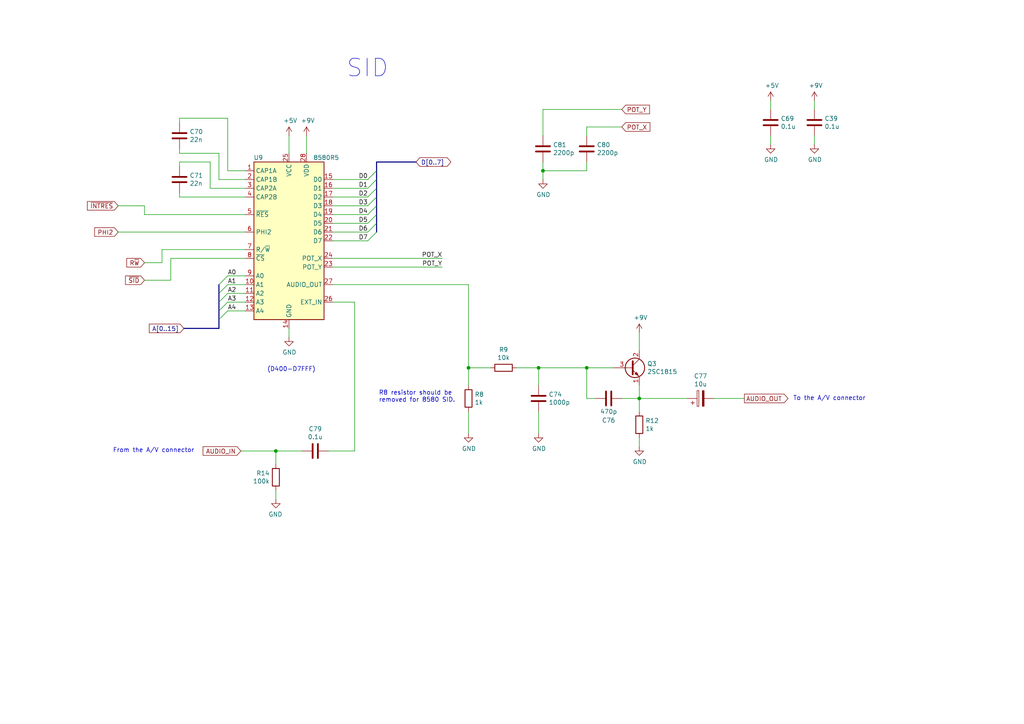
<source format=kicad_sch>
(kicad_sch (version 20230121) (generator eeschema)
  (paper "A4")
  (title_block (title "Commodore C64C - Assy 250469-01 Rev. A") (date "2023-04-02") (rev "2") (company "https://github.com/KicadRetroArchive") (comment 1 "KiCad schematic licensed under CERN-OHL-S") (comment 2 "WARNING: These schematics might contain errors!") (comment 3 "Author: Andrea Cisternino <andrea.cisternino@posteo.net>"))
  (lib_symbols
    (symbol "Device:C" (pin_numbers hide) (pin_names (offset 0.254))
      (property "Reference" "C" (at 0.635 2.54 0))
      (property "Value" "C" (at 0.635 -2.54 0))
      (symbol "C_0_1"
        (polyline (pts (xy -2.032 -0.762) (xy 2.032 -0.762)) (stroke (width 0.508)))
        (polyline (pts (xy -2.032 0.762) (xy 2.032 0.762)) (stroke (width 0.508)))
      )
      (symbol "C_1_1"
        (pin passive line (at 0 3.81 270) (length 2.794) (name "~") (number "1"))
        (pin passive line (at 0 -3.81 90) (length 2.794) (name "~") (number "2"))
      )
    )
    (symbol "Device:C_Polarized" (pin_numbers hide) (pin_names (offset 0.254))
      (property "Reference" "C" (at 0.635 2.54 0))
      (property "Value" "C_Polarized" (at 0.635 -2.54 0))
      (symbol "C_Polarized_0_1"
        (rectangle (start -2.286 0.508) (end 2.286 1.016))
        (polyline (pts (xy -1.778 2.286) (xy -0.762 2.286)))
        (polyline (pts (xy -1.27 2.794) (xy -1.27 1.778)))
        (rectangle (start 2.286 -0.508) (end -2.286 -1.016) (fill (type outline)))
      )
      (symbol "C_Polarized_1_1"
        (pin passive line (at 0 3.81 270) (length 2.794) (name "~") (number "1"))
        (pin passive line (at 0 -3.81 90) (length 2.794) (name "~") (number "2"))
      )
    )
    (symbol "Device:R" (pin_numbers hide) (pin_names (offset 0))
      (property "Reference" "R" (at 2.032 0 90))
      (property "Value" "R" (at 0 0 90))
      (symbol "R_0_1"
        (rectangle (start -1.016 -2.54) (end 1.016 2.54) (stroke (width 0.254)))
      )
      (symbol "R_1_1"
        (pin passive line (at 0 3.81 270) (length 1.27) (name "~") (number "1"))
        (pin passive line (at 0 -3.81 90) (length 1.27) (name "~") (number "2"))
      )
    )
    (symbol "Transistor_BJT:2SC1815" (pin_names (offset 0) hide)
      (property "Reference" "Q" (at 5.08 1.905 0))
      (property "Value" "2SC1815" (at 5.08 0 0))
      (symbol "2SC1815_0_1"
        (polyline (pts (xy 0 0) (xy 0.508 0)))
        (polyline (pts (xy 0.635 0.635) (xy 2.54 2.54)))
        (polyline (pts (xy 0.635 -0.635) (xy 2.54 -2.54) (xy 2.54 -2.54)))
        (polyline (pts (xy 0.635 1.905) (xy 0.635 -1.905) (xy 0.635 -1.905)) (stroke (width 0.508)))
        (polyline (pts (xy 1.27 -1.778) (xy 1.778 -1.27) (xy 2.286 -2.286) (xy 1.27 -1.778) (xy 1.27 -1.778)) (fill (type outline)))
        (circle (center 1.27 0) (radius 2.8194) (stroke (width 0.254)))
      )
      (symbol "2SC1815_1_1"
        (pin passive line (at 2.54 -5.08 90) (length 2.54) (name "E") (number "1"))
        (pin passive line (at 2.54 5.08 270) (length 2.54) (name "C") (number "2"))
        (pin input line (at -5.08 0 0) (length 5.08) (name "B") (number "3"))
      )
    )
    (symbol "krl_MOS-Technology:8580R5"
      (property "Reference" "U" (at -9.525 24.13 0))
      (property "Value" "8580R5" (at 9.525 24.13 0))
      (symbol "8580R5_0_1"
        (rectangle (start -10.16 22.86) (end 10.16 -22.86) (stroke (width 0.254)) (fill (type background)))
      )
      (symbol "8580R5_1_1"
        (pin passive line (at -12.7 20.32 0) (length 2.54) (name "CAP1A") (number "1"))
        (pin input line (at -12.7 -12.7 0) (length 2.54) (name "A1") (number "10"))
        (pin input line (at -12.7 -15.24 0) (length 2.54) (name "A2") (number "11"))
        (pin input line (at -12.7 -17.78 0) (length 2.54) (name "A3") (number "12"))
        (pin input line (at -12.7 -20.32 0) (length 2.54) (name "A4") (number "13"))
        (pin power_in line (at 0 -25.4 90) (length 2.54) (name "GND") (number "14"))
        (pin input line (at 12.7 17.78 180) (length 2.54) (name "D0") (number "15"))
        (pin input line (at 12.7 15.24 180) (length 2.54) (name "D1") (number "16"))
        (pin input line (at 12.7 12.7 180) (length 2.54) (name "D2") (number "17"))
        (pin input line (at 12.7 10.16 180) (length 2.54) (name "D3") (number "18"))
        (pin input line (at 12.7 7.62 180) (length 2.54) (name "D4") (number "19"))
        (pin passive line (at -12.7 17.78 0) (length 2.54) (name "CAP1B") (number "2"))
        (pin input line (at 12.7 5.08 180) (length 2.54) (name "D5") (number "20"))
        (pin input line (at 12.7 2.54 180) (length 2.54) (name "D6") (number "21"))
        (pin input line (at 12.7 0 180) (length 2.54) (name "D7") (number "22"))
        (pin input line (at 12.7 -7.62 180) (length 2.54) (name "POT_Y") (number "23"))
        (pin input line (at 12.7 -5.08 180) (length 2.54) (name "POT_X") (number "24"))
        (pin power_in line (at 0 25.4 270) (length 2.54) (name "VCC") (number "25"))
        (pin input line (at 12.7 -17.78 180) (length 2.54) (name "EXT_IN") (number "26"))
        (pin output line (at 12.7 -12.7 180) (length 2.54) (name "AUDIO_OUT") (number "27"))
        (pin power_in line (at 5.08 25.4 270) (length 2.54) (name "VDD") (number "28"))
        (pin passive line (at -12.7 15.24 0) (length 2.54) (name "CAP2A") (number "3"))
        (pin passive line (at -12.7 12.7 0) (length 2.54) (name "CAP2B") (number "4"))
        (pin input line (at -12.7 7.62 0) (length 2.54) (name "~{RES}") (number "5"))
        (pin input line (at -12.7 2.54 0) (length 2.54) (name "PHI2") (number "6"))
        (pin input line (at -12.7 -2.54 0) (length 2.54) (name "R/~{W}") (number "7"))
        (pin input line (at -12.7 -5.08 0) (length 2.54) (name "~{CS}") (number "8"))
        (pin input line (at -12.7 -10.16 0) (length 2.54) (name "A0") (number "9"))
      )
    )
    (symbol "power:+5V" (power) (pin_names (offset 0))
      (property "Value" "+5V" (at 0 3.556 0))
      (symbol "+5V_0_1"
        (polyline (pts (xy -0.762 1.27) (xy 0 2.54)))
        (polyline (pts (xy 0 0) (xy 0 2.54)))
        (polyline (pts (xy 0 2.54) (xy 0.762 1.27)))
      )
      (symbol "+5V_1_1"
        (pin power_in line (at 0 0 90) (length 0) hide (name "+5V") (number "1"))
      )
    )
    (symbol "power:+9V" (power) (pin_names (offset 0))
      (property "Value" "+9V" (at 0 3.556 0))
      (symbol "+9V_0_1"
        (polyline (pts (xy -0.762 1.27) (xy 0 2.54)))
        (polyline (pts (xy 0 0) (xy 0 2.54)))
        (polyline (pts (xy 0 2.54) (xy 0.762 1.27)))
      )
      (symbol "+9V_1_1"
        (pin power_in line (at 0 0 90) (length 0) hide (name "+9V") (number "1"))
      )
    )
    (symbol "power:GND" (power) (pin_names (offset 0))
      (property "Value" "GND" (at 0 -3.81 0))
      (symbol "GND_0_1"
        (polyline (pts (xy 0 0) (xy 0 -1.27) (xy 1.27 -1.27) (xy 0 -2.54) (xy -1.27 -1.27) (xy 0 -1.27)))
      )
      (symbol "GND_1_1"
        (pin power_in line (at 0 0 270) (length 0) hide (name "GND") (number "1"))
      )
    )
  )
  (junction (at 80.01 130.81))
  (junction (at 157.48 49.53))
  (junction (at 156.21 106.68))
  (junction (at 135.89 106.68))
  (junction (at 170.18 106.68))
  (junction (at 185.42 115.57))
  (bus_entry (at 66.04 82.55) (size -2.54 2.54))
  (bus_entry (at 66.04 90.17) (size -2.54 2.54))
  (bus_entry (at 66.04 80.01) (size -2.54 2.54))
  (bus_entry (at 106.68 64.77) (size 2.54 -2.54))
  (bus_entry (at 106.68 69.85) (size 2.54 -2.54))
  (bus_entry (at 66.04 87.63) (size -2.54 2.54))
  (bus_entry (at 106.68 62.23) (size 2.54 -2.54))
  (bus_entry (at 106.68 67.31) (size 2.54 -2.54))
  (bus_entry (at 106.68 54.61) (size 2.54 -2.54))
  (bus_entry (at 66.04 85.09) (size -2.54 2.54))
  (bus_entry (at 106.68 57.15) (size 2.54 -2.54))
  (bus_entry (at 106.68 52.07) (size 2.54 -2.54))
  (bus_entry (at 106.68 59.69) (size 2.54 -2.54))
  (wire (pts (xy 199.39 115.57) (xy 185.42 115.57)))
  (wire (pts (xy 185.42 129.54) (xy 185.42 127)))
  (wire (pts (xy 52.07 34.29) (xy 66.04 34.29)))
  (wire (pts (xy 102.87 130.81) (xy 102.87 87.63)))
  (wire (pts (xy 236.22 29.21) (xy 236.22 31.75)))
  (wire (pts (xy 96.52 69.85) (xy 106.68 69.85)))
  (wire (pts (xy 135.89 82.55) (xy 135.89 106.68)))
  (wire (pts (xy 60.96 54.61) (xy 71.12 54.61)))
  (bus (pts (xy 63.5 92.71) (xy 63.5 95.25)))
  (bus (pts (xy 109.22 49.53) (xy 109.22 52.07)))
  (wire (pts (xy 157.48 46.99) (xy 157.48 49.53)))
  (wire (pts (xy 96.52 67.31) (xy 106.68 67.31)))
  (wire (pts (xy 135.89 119.38) (xy 135.89 125.73)))
  (bus (pts (xy 63.5 85.09) (xy 63.5 87.63)))
  (wire (pts (xy 41.91 81.28) (xy 49.53 81.28)))
  (wire (pts (xy 66.04 90.17) (xy 71.12 90.17)))
  (wire (pts (xy 96.52 52.07) (xy 106.68 52.07)))
  (wire (pts (xy 96.52 57.15) (xy 106.68 57.15)))
  (wire (pts (xy 185.42 115.57) (xy 185.42 119.38)))
  (wire (pts (xy 96.52 62.23) (xy 106.68 62.23)))
  (wire (pts (xy 52.07 43.18) (xy 52.07 44.45)))
  (wire (pts (xy 69.85 130.81) (xy 80.01 130.81)))
  (wire (pts (xy 157.48 31.75) (xy 157.48 39.37)))
  (wire (pts (xy 170.18 36.83) (xy 180.34 36.83)))
  (wire (pts (xy 170.18 49.53) (xy 157.48 49.53)))
  (wire (pts (xy 170.18 36.83) (xy 170.18 39.37)))
  (wire (pts (xy 170.18 115.57) (xy 170.18 106.68)))
  (bus (pts (xy 109.22 52.07) (xy 109.22 54.61)))
  (wire (pts (xy 52.07 35.56) (xy 52.07 34.29)))
  (wire (pts (xy 52.07 57.15) (xy 52.07 55.88)))
  (wire (pts (xy 52.07 48.26) (xy 52.07 46.99)))
  (wire (pts (xy 34.29 59.69) (xy 41.91 59.69)))
  (wire (pts (xy 180.34 115.57) (xy 185.42 115.57)))
  (wire (pts (xy 66.04 85.09) (xy 71.12 85.09)))
  (wire (pts (xy 41.91 59.69) (xy 41.91 62.23)))
  (wire (pts (xy 135.89 106.68) (xy 142.24 106.68)))
  (wire (pts (xy 63.5 44.45) (xy 63.5 52.07)))
  (wire (pts (xy 71.12 80.01) (xy 66.04 80.01)))
  (wire (pts (xy 96.52 59.69) (xy 106.68 59.69)))
  (wire (pts (xy 83.82 95.25) (xy 83.82 97.79)))
  (wire (pts (xy 95.25 130.81) (xy 102.87 130.81)))
  (bus (pts (xy 63.5 87.63) (xy 63.5 90.17)))
  (wire (pts (xy 80.01 142.24) (xy 80.01 144.78)))
  (wire (pts (xy 170.18 106.68) (xy 177.8 106.68)))
  (wire (pts (xy 170.18 46.99) (xy 170.18 49.53)))
  (wire (pts (xy 96.52 54.61) (xy 106.68 54.61)))
  (wire (pts (xy 156.21 106.68) (xy 170.18 106.68)))
  (wire (pts (xy 52.07 46.99) (xy 60.96 46.99)))
  (wire (pts (xy 66.04 87.63) (xy 71.12 87.63)))
  (wire (pts (xy 96.52 77.47) (xy 128.27 77.47)))
  (wire (pts (xy 223.52 39.37) (xy 223.52 41.91)))
  (bus (pts (xy 63.5 90.17) (xy 63.5 92.71)))
  (wire (pts (xy 41.91 62.23) (xy 71.12 62.23)))
  (wire (pts (xy 46.99 76.2) (xy 41.91 76.2)))
  (bus (pts (xy 109.22 59.69) (xy 109.22 62.23)))
  (bus (pts (xy 63.5 95.25) (xy 53.34 95.25)))
  (bus (pts (xy 109.22 54.61) (xy 109.22 57.15)))
  (wire (pts (xy 46.99 72.39) (xy 46.99 76.2)))
  (wire (pts (xy 156.21 119.38) (xy 156.21 125.73)))
  (wire (pts (xy 96.52 64.77) (xy 106.68 64.77)))
  (wire (pts (xy 49.53 74.93) (xy 71.12 74.93)))
  (wire (pts (xy 149.86 106.68) (xy 156.21 106.68)))
  (wire (pts (xy 172.72 115.57) (xy 170.18 115.57)))
  (wire (pts (xy 80.01 130.81) (xy 87.63 130.81)))
  (wire (pts (xy 185.42 111.76) (xy 185.42 115.57)))
  (wire (pts (xy 83.82 39.37) (xy 83.82 44.45)))
  (wire (pts (xy 71.12 57.15) (xy 52.07 57.15)))
  (wire (pts (xy 34.29 67.31) (xy 71.12 67.31)))
  (wire (pts (xy 60.96 46.99) (xy 60.96 54.61)))
  (wire (pts (xy 185.42 96.52) (xy 185.42 101.6)))
  (wire (pts (xy 96.52 74.93) (xy 128.27 74.93)))
  (bus (pts (xy 63.5 82.55) (xy 63.5 85.09)))
  (wire (pts (xy 156.21 106.68) (xy 156.21 111.76)))
  (bus (pts (xy 109.22 46.99) (xy 120.65 46.99)))
  (wire (pts (xy 71.12 72.39) (xy 46.99 72.39)))
  (wire (pts (xy 80.01 130.81) (xy 80.01 134.62)))
  (wire (pts (xy 102.87 87.63) (xy 96.52 87.63)))
  (wire (pts (xy 223.52 29.21) (xy 223.52 31.75)))
  (wire (pts (xy 88.9 39.37) (xy 88.9 44.45)))
  (wire (pts (xy 63.5 52.07) (xy 71.12 52.07)))
  (wire (pts (xy 66.04 34.29) (xy 66.04 49.53)))
  (wire (pts (xy 157.48 31.75) (xy 180.34 31.75)))
  (bus (pts (xy 109.22 62.23) (xy 109.22 64.77)))
  (bus (pts (xy 109.22 64.77) (xy 109.22 67.31)))
  (wire (pts (xy 52.07 44.45) (xy 63.5 44.45)))
  (wire (pts (xy 49.53 81.28) (xy 49.53 74.93)))
  (wire (pts (xy 157.48 49.53) (xy 157.48 52.07)))
  (wire (pts (xy 66.04 82.55) (xy 71.12 82.55)))
  (wire (pts (xy 135.89 82.55) (xy 96.52 82.55)))
  (wire (pts (xy 207.01 115.57) (xy 215.9 115.57)))
  (bus (pts (xy 109.22 46.99) (xy 109.22 49.53)))
  (wire (pts (xy 66.04 49.53) (xy 71.12 49.53)))
  (bus (pts (xy 109.22 57.15) (xy 109.22 59.69)))
  (wire (pts (xy 236.22 39.37) (xy 236.22 41.91)))
  (wire (pts (xy 135.89 106.68) (xy 135.89 111.76)))
  (text "R8 resistor should be\nremoved for 8580 SID." (at 109.855 116.84 0) (effects (font (size 1.27 1.27)) (justify left bottom)))
  (text "To the A/V connector" (at 230.0203 116.3459 0) (effects (font (size 1.27 1.27)) (justify left bottom)))
  (text "SID" (at 100.33 22.86 0) (effects (font (size 5.08 5.08)) (justify left bottom)))
  (text "(D400-D7FFF)" (at 77.47 107.95 0) (effects (font (size 1.27 1.27)) (justify left bottom)))
  (text "From the A/V connector" (at 56.3858 131.445 0) (effects (font (size 1.27 1.27)) (justify right bottom)))
  (label "D2" (at 106.68 57.15 180))
  (label "D3" (at 106.68 59.69 180))
  (label "A0" (at 66.04 80.01 0))
  (label "POT_Y" (at 128.27 77.47 180))
  (label "A4" (at 66.04 90.17 0))
  (label "A3" (at 66.04 87.63 0))
  (label "D5" (at 106.68 64.77 180))
  (label "D6" (at 106.68 67.31 180))
  (label "D7" (at 106.68 69.85 180))
  (label "A1" (at 66.04 82.55 0))
  (label "D4" (at 106.68 62.23 180))
  (label "D1" (at 106.68 54.61 180))
  (label "A2" (at 66.04 85.09 0))
  (label "D0" (at 106.68 52.07 180))
  (label "POT_X" (at 128.27 74.93 180))
  (global_label "~{SID}" (shape input) (at 41.91 81.28 180) (property "Intersheetrefs" "${INTERSHEET_REFS}" (effects hide)))
  (global_label "D[0..7]" (shape bidirectional) (at 120.65 46.99 0) (property "Intersheetrefs" "${INTERSHEET_REFS}" (effects hide)))
  (global_label "~{INTRES}" (shape input) (at 34.29 59.69 180) (property "Intersheetrefs" "${INTERSHEET_REFS}" (effects hide)))
  (global_label "A[0..15]" (shape input) (at 53.34 95.25 180) (property "Intersheetrefs" "${INTERSHEET_REFS}" (effects hide)))
  (global_label "AUDIO_OUT" (shape output) (at 215.9 115.57 0) (property "Intersheetrefs" "${INTERSHEET_REFS}" (effects hide)))
  (global_label "POT_Y" (shape input) (at 180.34 31.75 0) (property "Intersheetrefs" "${INTERSHEET_REFS}" (effects hide)))
  (global_label "POT_X" (shape input) (at 180.34 36.83 0) (property "Intersheetrefs" "${INTERSHEET_REFS}" (effects hide)))
  (global_label "PHI2" (shape input) (at 34.29 67.31 180) (property "Intersheetrefs" "${INTERSHEET_REFS}" (effects hide)))
  (global_label "R~{W}" (shape input) (at 41.91 76.2 180) (property "Intersheetrefs" "${INTERSHEET_REFS}" (effects hide)))
  (global_label "AUDIO_IN" (shape input) (at 69.85 130.81 180) (property "Intersheetrefs" "${INTERSHEET_REFS}" (effects hide)))
  (symbol (lib_id "Device:R") (at 80.01 138.43 0) (mirror y) (unit 1)
    (property "Reference" "R14" (at 78.232 137.2616 0) (effects (justify left)))
    (property "Value" "100k" (at 78.232 139.573 0) (effects (justify left)))
    (property "Footprint" "Resistor_THT:R_Axial_DIN0207_L6.3mm_D2.5mm_P5.08mm_Vertical" (effects hide))
  )
  (symbol (lib_id "power:GND") (at 83.82 97.79 0) (unit 1)
    (property "Reference" "#PWR0194" (effects hide))
    (property "Value" "GND" (at 83.947 102.1842 0))
  )
  (symbol (lib_id "power:GND") (at 80.01 144.78 0) (mirror y) (unit 1)
    (property "Reference" "#PWR0195" (effects hide))
    (property "Value" "GND" (at 79.883 149.1742 0))
  )
  (symbol (lib_id "Device:C") (at 91.44 130.81 90) (mirror x) (unit 1)
    (property "Reference" "C79" (at 91.44 124.4092 90))
    (property "Value" "0.1u" (at 91.44 126.7206 90))
    (property "Footprint" "Capacitor_THT:C_Disc_D4.7mm_W2.5mm_P5.00mm" (effects hide))
  )
  (symbol (lib_id "power:+5V") (at 83.82 39.37 0) (unit 1)
    (property "Reference" "#PWR0196" (effects hide))
    (property "Value" "+5V" (at 84.201 34.9758 0))
  )
  (symbol (lib_id "Device:C") (at 223.52 35.56 0) (unit 1)
    (property "Reference" "C69" (at 226.441 34.3916 0) (effects (justify left)))
    (property "Value" "0.1u" (at 226.441 36.703 0) (effects (justify left)))
    (property "Footprint" "Capacitor_THT:C_Disc_D4.7mm_W2.5mm_P5.00mm" (effects hide))
  )
  (symbol (lib_id "power:+5V") (at 223.52 29.21 0) (unit 1)
    (property "Reference" "#PWR0197" (effects hide))
    (property "Value" "+5V" (at 223.901 24.8158 0))
  )
  (symbol (lib_id "power:GND") (at 223.52 41.91 0) (unit 1)
    (property "Reference" "#PWR0198" (effects hide))
    (property "Value" "GND" (at 223.647 46.3042 0))
  )
  (symbol (lib_id "power:+9V") (at 88.9 39.37 0) (unit 1)
    (property "Reference" "#PWR0199" (effects hide))
    (property "Value" "+9V" (at 89.281 34.9758 0))
  )
  (symbol (lib_id "Device:C") (at 236.22 35.56 0) (unit 1)
    (property "Reference" "C39" (at 239.141 34.3916 0) (effects (justify left)))
    (property "Value" "0.1u" (at 239.141 36.703 0) (effects (justify left)))
    (property "Footprint" "Capacitor_THT:C_Disc_D4.7mm_W2.5mm_P5.00mm" (effects hide))
  )
  (symbol (lib_id "power:GND") (at 236.22 41.91 0) (unit 1)
    (property "Reference" "#PWR0200" (effects hide))
    (property "Value" "GND" (at 236.347 46.3042 0))
  )
  (symbol (lib_id "power:+9V") (at 236.22 29.21 0) (unit 1)
    (property "Reference" "#PWR0201" (effects hide))
    (property "Value" "+9V" (at 236.601 24.8158 0))
  )
  (symbol (lib_id "Device:R") (at 135.89 115.57 0) (unit 1)
    (property "Reference" "R8" (at 137.668 114.4016 0) (effects (justify left)))
    (property "Value" "1k" (at 137.668 116.713 0) (effects (justify left)))
    (property "Footprint" "Resistor_THT:R_Axial_DIN0207_L6.3mm_D2.5mm_P5.08mm_Vertical" (effects hide))
  )
  (symbol (lib_id "Device:R") (at 146.05 106.68 270) (unit 1)
    (property "Reference" "R9" (at 146.05 101.4222 90))
    (property "Value" "10k" (at 146.05 103.7336 90))
    (property "Footprint" "Resistor_THT:R_Axial_DIN0207_L6.3mm_D2.5mm_P5.08mm_Vertical" (effects hide))
  )
  (symbol (lib_id "Device:C") (at 156.21 115.57 0) (unit 1)
    (property "Reference" "C74" (at 159.131 114.4016 0) (effects (justify left)))
    (property "Value" "1000p" (at 159.131 116.713 0) (effects (justify left)))
    (property "Footprint" "Capacitor_THT:C_Disc_D4.7mm_W2.5mm_P5.00mm" (effects hide))
  )
  (symbol (lib_id "Device:C") (at 176.53 115.57 90) (unit 1)
    (property "Reference" "C76" (at 176.53 121.92 90))
    (property "Value" "470p" (at 176.53 119.38 90))
    (property "Footprint" "Capacitor_THT:C_Disc_D4.7mm_W2.5mm_P5.00mm" (effects hide))
  )
  (symbol (lib_id "Device:R") (at 185.42 123.19 0) (unit 1)
    (property "Reference" "R12" (at 187.198 122.0216 0) (effects (justify left)))
    (property "Value" "1k" (at 187.198 124.333 0) (effects (justify left)))
    (property "Footprint" "Resistor_THT:R_Axial_DIN0207_L6.3mm_D2.5mm_P5.08mm_Vertical" (effects hide))
  )
  (symbol (lib_id "Transistor_BJT:2SC1815") (at 182.88 106.68 0) (unit 1)
    (property "Reference" "Q3" (at 187.706 105.5116 0) (effects (justify left)))
    (property "Value" "2SC1815" (at 187.706 107.823 0) (effects (justify left)))
    (property "Footprint" "Package_TO_SOT_THT:TO-92_Inline" (effects hide))
    (property "Datasheet" "https://media.digikey.com/pdf/Data%20Sheets/Toshiba%20PDFs/2SC1815.pdf" (effects hide))
  )
  (symbol (lib_id "Device:C_Polarized") (at 203.2 115.57 90) (unit 1)
    (property "Reference" "C77" (at 203.2 109.093 90))
    (property "Value" "10u" (at 203.2 111.4044 90))
    (property "Footprint" "Capacitor_THT:CP_Radial_D10.0mm_P5.00mm" (effects hide))
  )
  (symbol (lib_id "power:GND") (at 135.89 125.73 0) (unit 1)
    (property "Reference" "#PWR0202" (effects hide))
    (property "Value" "GND" (at 136.017 130.1242 0))
  )
  (symbol (lib_id "power:GND") (at 185.42 129.54 0) (unit 1)
    (property "Reference" "#PWR0203" (effects hide))
    (property "Value" "GND" (at 185.547 133.9342 0))
  )
  (symbol (lib_id "power:+9V") (at 185.42 96.52 0) (unit 1)
    (property "Reference" "#PWR0204" (effects hide))
    (property "Value" "+9V" (at 185.801 92.1258 0))
  )
  (symbol (lib_id "Device:C") (at 52.07 39.37 0) (unit 1)
    (property "Reference" "C70" (at 54.991 38.2016 0) (effects (justify left)))
    (property "Value" "22n" (at 54.991 40.513 0) (effects (justify left)))
    (property "Footprint" "Capacitor_THT:C_Disc_D4.7mm_W2.5mm_P5.00mm" (effects hide))
  )
  (symbol (lib_id "Device:C") (at 52.07 52.07 0) (unit 1)
    (property "Reference" "C71" (at 54.991 50.9016 0) (effects (justify left)))
    (property "Value" "22n" (at 54.991 53.213 0) (effects (justify left)))
    (property "Footprint" "Capacitor_THT:C_Disc_D4.7mm_W2.5mm_P5.00mm" (effects hide))
  )
  (symbol (lib_id "Device:C") (at 157.48 43.18 0) (unit 1)
    (property "Reference" "C81" (at 160.401 42.0116 0) (effects (justify left)))
    (property "Value" "2200p" (at 160.401 44.323 0) (effects (justify left)))
    (property "Footprint" "Capacitor_THT:C_Disc_D4.7mm_W2.5mm_P5.00mm" (effects hide))
  )
  (symbol (lib_id "power:GND") (at 157.48 52.07 0) (unit 1)
    (property "Reference" "#PWR0205" (effects hide))
    (property "Value" "GND" (at 157.607 56.4642 0))
  )
  (symbol (lib_id "Device:C") (at 170.18 43.18 0) (unit 1)
    (property "Reference" "C80" (at 173.101 42.0116 0) (effects (justify left)))
    (property "Value" "2200p" (at 173.101 44.323 0) (effects (justify left)))
    (property "Footprint" "Capacitor_THT:C_Disc_D4.7mm_W2.5mm_P5.00mm" (effects hide))
  )
  (symbol (lib_id "krl_MOS-Technology:8580R5") (at 83.82 69.85 0) (unit 1)
    (property "Reference" "U9" (at 74.93 45.72 0))
    (property "Value" "8580R5" (at 94.615 45.72 0))
    (property "Footprint" "Package_DIP:DIP-28_W15.24mm_Socket" (effects hide))
    (property "Datasheet" "http://archive.6502.org/datasheets/mos_6581_sid.pdf" (effects hide))
  )
  (symbol (lib_id "power:GND") (at 156.21 125.73 0) (unit 1)
    (property "Reference" "#PWR017" (effects hide))
    (property "Value" "GND" (at 156.337 130.1242 0))
  )
)
</source>
